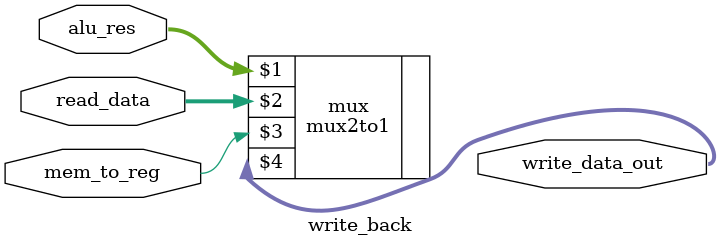
<source format=v>
`include "mux.v"

module write_back (

    input mem_to_reg,
    input [31:0] alu_res,
    input [31:0] read_data,

    output [31:0] write_data_out

);

    // Write your code below.
mux2to1 #(32) mux(alu_res,read_data,mem_to_reg,write_data_out);
endmodule

</source>
